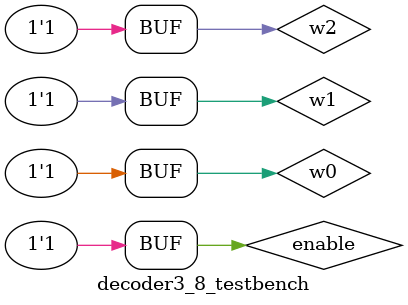
<source format=sv>
module decoder3_8(y0, y1, y2, y3, y4, y5, y6, y7, w0, w1, w2, enable);
	input w0, w1, w2, enable;
	output y0, y1, y2, y3, y4, y5, y6, y7;
	
	wire w2not, and1out, and2out;
	
	not not1 (w2not, w2);
	and and1 (and1out, w2not, enable);
	and and2 (and2out, w2, enable);
	
	decoder2_4 d0 (y0, y1, y2, y3, w0, w1, and1out);
	decoder2_4 d1 (y4, y5, y6, y7, w0, w1, and2out);
endmodule

module decoder3_8_testbench;
	logic w0, w1, w2, enable;
	logic y0, y1, y2, y3, y4, y5, y6, y7;
	
	decoder3_8 dut (y0, y1, y2, y3, y4, y5, y6, y7, w0, w1, w2, enable);
	
	initial begin
		#10; enable = 1;
		#10; w2 = 0; w1 = 0; w0 = 0;
		#10; w2 = 0; w1 = 0; w0 = 1;
		#10; w2 = 0; w1 = 1; w0 = 0;
		#10; w2 = 0; w1 = 1; w0 = 1;
		#10; w2 = 1; w1 = 0; w0 = 0;
		#10; w2 = 1; w1 = 0; w0 = 1;
		#10; w2 = 1; w1 = 1; w0 = 0;
		#10; w2 = 1; w1 = 1; w0 = 1;
	end
endmodule 
</source>
